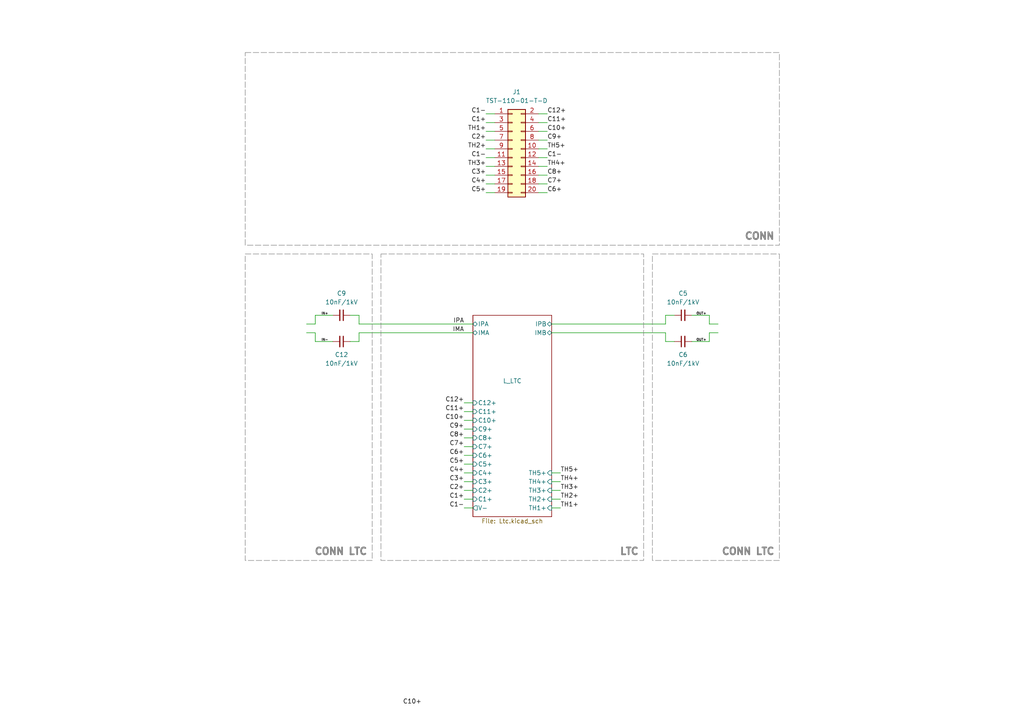
<source format=kicad_sch>
(kicad_sch (version 20231120) (generator "eeschema") (generator_version "8.0")
  (paper "A4")
  (lib_symbols
    (symbol "Connector_Generic:Conn_02x10_Odd_Even" (pin_names (offset 1.016) hide)
      (property "Reference" "J" (at 1.27 12.7 0))
      (property "Value" "Conn_02x10_Odd_Even" (at 1.27 -15.24 0))
      (symbol "Conn_02x10_Odd_Even_1_1"
        (rectangle (start -1.27 -12.573) (end 0 -12.827) (stroke (width 0.1524)))
        (rectangle (start -1.27 -10.033) (end 0 -10.287) (stroke (width 0.1524)))
        (rectangle (start -1.27 -7.493) (end 0 -7.747) (stroke (width 0.1524)))
        (rectangle (start -1.27 -4.953) (end 0 -5.207) (stroke (width 0.1524)))
        (rectangle (start -1.27 -2.413) (end 0 -2.667) (stroke (width 0.1524)))
        (rectangle (start -1.27 0.127) (end 0 -0.127) (stroke (width 0.1524)))
        (rectangle (start -1.27 2.667) (end 0 2.413) (stroke (width 0.1524)))
        (rectangle (start -1.27 5.207) (end 0 4.953) (stroke (width 0.1524)))
        (rectangle (start -1.27 7.747) (end 0 7.493) (stroke (width 0.1524)))
        (rectangle (start -1.27 10.287) (end 0 10.033) (stroke (width 0.1524)))
        (rectangle (start -1.27 11.43) (end 3.81 -13.97) (stroke (width 0.254)) (fill (type background)))
        (rectangle (start 3.81 -12.573) (end 2.54 -12.827) (stroke (width 0.1524)))
        (rectangle (start 3.81 -10.033) (end 2.54 -10.287) (stroke (width 0.1524)))
        (rectangle (start 3.81 -7.493) (end 2.54 -7.747) (stroke (width 0.1524)))
        (rectangle (start 3.81 -4.953) (end 2.54 -5.207) (stroke (width 0.1524)))
        (rectangle (start 3.81 -2.413) (end 2.54 -2.667) (stroke (width 0.1524)))
        (rectangle (start 3.81 0.127) (end 2.54 -0.127) (stroke (width 0.1524)))
        (rectangle (start 3.81 2.667) (end 2.54 2.413) (stroke (width 0.1524)))
        (rectangle (start 3.81 5.207) (end 2.54 4.953) (stroke (width 0.1524)))
        (rectangle (start 3.81 7.747) (end 2.54 7.493) (stroke (width 0.1524)))
        (rectangle (start 3.81 10.287) (end 2.54 10.033) (stroke (width 0.1524)))
        (pin passive line (at -5.08 10.16 0) (length 3.81) (name "Pin_1") (number "1"))
        (pin passive line (at 7.62 0 180) (length 3.81) (name "Pin_10") (number "10"))
        (pin passive line (at -5.08 -2.54 0) (length 3.81) (name "Pin_11") (number "11"))
        (pin passive line (at 7.62 -2.54 180) (length 3.81) (name "Pin_12") (number "12"))
        (pin passive line (at -5.08 -5.08 0) (length 3.81) (name "Pin_13") (number "13"))
        (pin passive line (at 7.62 -5.08 180) (length 3.81) (name "Pin_14") (number "14"))
        (pin passive line (at -5.08 -7.62 0) (length 3.81) (name "Pin_15") (number "15"))
        (pin passive line (at 7.62 -7.62 180) (length 3.81) (name "Pin_16") (number "16"))
        (pin passive line (at -5.08 -10.16 0) (length 3.81) (name "Pin_17") (number "17"))
        (pin passive line (at 7.62 -10.16 180) (length 3.81) (name "Pin_18") (number "18"))
        (pin passive line (at -5.08 -12.7 0) (length 3.81) (name "Pin_19") (number "19"))
        (pin passive line (at 7.62 10.16 180) (length 3.81) (name "Pin_2") (number "2"))
        (pin passive line (at 7.62 -12.7 180) (length 3.81) (name "Pin_20") (number "20"))
        (pin passive line (at -5.08 7.62 0) (length 3.81) (name "Pin_3") (number "3"))
        (pin passive line (at 7.62 7.62 180) (length 3.81) (name "Pin_4") (number "4"))
        (pin passive line (at -5.08 5.08 0) (length 3.81) (name "Pin_5") (number "5"))
        (pin passive line (at 7.62 5.08 180) (length 3.81) (name "Pin_6") (number "6"))
        (pin passive line (at -5.08 2.54 0) (length 3.81) (name "Pin_7") (number "7"))
        (pin passive line (at 7.62 2.54 180) (length 3.81) (name "Pin_8") (number "8"))
        (pin passive line (at -5.08 0 0) (length 3.81) (name "Pin_9") (number "9"))
      )
    )
    (symbol "c2824c562jggacauto:C2824C562JGGACAUTO" (pin_numbers hide) (pin_names (offset 0.762) hide)
      (property "Reference" "C" (at 8.89 6.35 0))
      (property "Value" "C2824C562JGGACAUTO" (at 8.89 3.81 0))
      (symbol "C2824C562JGGACAUTO_0_1"
        (polyline (pts (xy -0.508 -1.524) (xy -0.508 1.524)) (stroke (width 0.3048)))
        (polyline (pts (xy 0.508 -1.524) (xy 0.508 1.524)) (stroke (width 0.3302)))
      )
      (symbol "C2824C562JGGACAUTO_1_1"
        (pin passive line (at -2.54 0 0) (length 2.032) (name "~") (number "1"))
        (pin passive line (at 2.54 0 180) (length 2.032) (name "~") (number "2"))
      )
    )
  )
  (wire (pts (xy 104.14 91.44) (xy 101.6 91.44)))
  (wire (pts (xy 205.74 99.06) (xy 200.66 99.06)))
  (wire (pts (xy 91.44 99.06) (xy 96.52 99.06)))
  (wire (pts (xy 156.21 43.18) (xy 158.75 43.18)))
  (wire (pts (xy 205.74 91.44) (xy 205.74 93.98)))
  (wire (pts (xy 140.97 45.72) (xy 143.51 45.72)))
  (wire (pts (xy 140.97 33.02) (xy 143.51 33.02)))
  (wire (pts (xy 140.97 38.1) (xy 143.51 38.1)))
  (wire (pts (xy 134.62 134.62) (xy 137.16 134.62)))
  (wire (pts (xy 134.62 121.92) (xy 137.16 121.92)))
  (wire (pts (xy 140.97 35.56) (xy 143.51 35.56)))
  (wire (pts (xy 134.62 127) (xy 137.16 127)))
  (wire (pts (xy 160.02 93.98) (xy 193.04 93.98)))
  (wire (pts (xy 101.6 99.06) (xy 104.14 99.06)))
  (wire (pts (xy 91.44 99.06) (xy 91.44 96.52)))
  (wire (pts (xy 104.14 96.52) (xy 137.16 96.52)))
  (wire (pts (xy 140.97 43.18) (xy 143.51 43.18)))
  (wire (pts (xy 134.62 132.08) (xy 137.16 132.08)))
  (wire (pts (xy 156.21 35.56) (xy 158.75 35.56)))
  (wire (pts (xy 205.74 93.98) (xy 208.28 93.98)))
  (wire (pts (xy 205.74 91.44) (xy 200.66 91.44)))
  (wire (pts (xy 134.62 147.32) (xy 137.16 147.32)))
  (wire (pts (xy 156.21 45.72) (xy 158.75 45.72)))
  (wire (pts (xy 156.21 50.8) (xy 158.75 50.8)))
  (wire (pts (xy 91.44 91.44) (xy 96.52 91.44)))
  (wire (pts (xy 156.21 53.34) (xy 158.75 53.34)))
  (wire (pts (xy 193.04 91.44) (xy 195.58 91.44)))
  (wire (pts (xy 193.04 99.06) (xy 193.04 96.52)))
  (wire (pts (xy 134.62 144.78) (xy 137.16 144.78)))
  (wire (pts (xy 140.97 55.88) (xy 143.51 55.88)))
  (wire (pts (xy 160.02 144.78) (xy 162.56 144.78)))
  (wire (pts (xy 104.14 99.06) (xy 104.14 96.52)))
  (wire (pts (xy 160.02 147.32) (xy 162.56 147.32)))
  (wire (pts (xy 140.97 50.8) (xy 143.51 50.8)))
  (wire (pts (xy 140.97 40.64) (xy 143.51 40.64)))
  (wire (pts (xy 156.21 48.26) (xy 158.75 48.26)))
  (wire (pts (xy 104.14 93.98) (xy 137.16 93.98)))
  (wire (pts (xy 134.62 142.24) (xy 137.16 142.24)))
  (wire (pts (xy 193.04 93.98) (xy 193.04 91.44)))
  (wire (pts (xy 91.44 93.98) (xy 88.9 93.98)))
  (wire (pts (xy 156.21 38.1) (xy 158.75 38.1)))
  (wire (pts (xy 137.16 116.84) (xy 134.62 116.84)))
  (wire (pts (xy 156.21 33.02) (xy 158.75 33.02)))
  (wire (pts (xy 205.74 96.52) (xy 208.28 96.52)))
  (wire (pts (xy 137.16 119.38) (xy 134.62 119.38)))
  (wire (pts (xy 140.97 53.34) (xy 143.51 53.34)))
  (wire (pts (xy 205.74 99.06) (xy 205.74 96.52)))
  (wire (pts (xy 160.02 137.16) (xy 162.56 137.16)))
  (wire (pts (xy 160.02 142.24) (xy 162.56 142.24)))
  (wire (pts (xy 140.97 48.26) (xy 143.51 48.26)))
  (wire (pts (xy 91.44 91.44) (xy 91.44 93.98)))
  (wire (pts (xy 156.21 40.64) (xy 158.75 40.64)))
  (wire (pts (xy 104.14 93.98) (xy 104.14 91.44)))
  (wire (pts (xy 156.21 55.88) (xy 158.75 55.88)))
  (wire (pts (xy 134.62 137.16) (xy 137.16 137.16)))
  (wire (pts (xy 195.58 99.06) (xy 193.04 99.06)))
  (wire (pts (xy 134.62 139.7) (xy 137.16 139.7)))
  (wire (pts (xy 160.02 139.7) (xy 162.56 139.7)))
  (wire (pts (xy 160.02 96.52) (xy 193.04 96.52)))
  (wire (pts (xy 134.62 124.46) (xy 137.16 124.46)))
  (wire (pts (xy 134.62 129.54) (xy 137.16 129.54)))
  (wire (pts (xy 91.44 96.52) (xy 88.9 96.52)))
  (rectangle (start 189.23 73.66) (end 226.06 162.56) (stroke (width 0) (type dash) (color 132 132 132 1)))
  (rectangle (start 71.12 15.24) (end 226.06 71.12) (stroke (width 0) (type dash) (color 132 132 132 1)))
  (rectangle (start 110.49 73.66) (end 186.69 162.56) (stroke (width 0) (type dash) (color 132 132 132 1)))
  (rectangle (start 71.12 73.66) (end 107.95 162.56) (stroke (width 0) (type dash) (color 132 132 132 1)))
  (text "LTC" (at 185.42 161.29 0) (effects (font (size 2 2) (thickness 1) (bold yes)) (justify right bottom)))
  (text "CONN" (at 224.79 69.85 0) (effects (font (size 2 2) (thickness 1) (bold yes)) (justify right bottom)))
  (text "CONN LTC" (at 106.68 161.29 0) (effects (font (size 2 2) (thickness 1) (bold yes)) (justify right bottom)))
  (text "CONN LTC" (at 224.79 161.29 0) (effects (font (size 2 2) (thickness 1) (bold yes)) (justify right bottom)))
  (label "TH1+" (at 140.97 38.1 180))
  (label "C5+" (at 140.97 55.88 180))
  (label "TH2+" (at 140.97 43.18 180))
  (label "C2+" (at 140.97 40.64 180))
  (label "OUT+" (at 201.93 91.44 0) (effects (font (size 0.685 0.685))))
  (label "TH2+" (at 162.56 144.78 0))
  (label "C3+" (at 134.62 139.7 180))
  (label "C10+" (at 116.84 204.47 0))
  (label "C11+" (at 158.75 35.56 0))
  (label "TH4+" (at 158.75 48.26 0))
  (label "C4+" (at 140.97 53.34 180))
  (label "C7+" (at 158.75 53.34 0))
  (label "C2+" (at 134.62 142.24 180))
  (label "OUT+" (at 201.93 99.06 0) (effects (font (size 0.685 0.685))))
  (label "C1-" (at 140.97 45.72 180))
  (label "C1-" (at 140.97 33.02 180))
  (label "IN+" (at 95.25 91.44 180) (effects (font (size 0.685 0.685))))
  (label "C9+" (at 158.75 40.64 0))
  (label "TH5+" (at 162.56 137.16 0))
  (label "C3+" (at 140.97 50.8 180))
  (label "C10+" (at 158.75 38.1 0))
  (label "C1-" (at 158.75 45.72 0))
  (label "C12+" (at 134.62 116.84 180))
  (label "C12+" (at 158.75 33.02 0))
  (label "TH3+" (at 162.56 142.24 0))
  (label "IPA" (at 134.62 93.98 180))
  (label "C6+" (at 134.62 132.08 180))
  (label "IN-" (at 95.25 99.06 180) (effects (font (size 0.685 0.685))))
  (label "C1+" (at 134.62 144.78 180))
  (label "C8+" (at 158.75 50.8 0))
  (label "C8+" (at 134.62 127 180))
  (label "C6+" (at 158.75 55.88 0))
  (label "C11+" (at 134.62 119.38 180))
  (label "C1+" (at 140.97 35.56 180))
  (label "C4+" (at 134.62 137.16 180))
  (label "TH1+" (at 162.56 147.32 0))
  (label "TH3+" (at 140.97 48.26 180))
  (label "IMA" (at 134.62 96.52 180))
  (label "TH4+" (at 162.56 139.7 0))
  (label "C5+" (at 134.62 134.62 180))
  (label "TH5+" (at 158.75 43.18 0))
  (label "C7+" (at 134.62 129.54 180))
  (label "C10+" (at 134.62 121.92 180))
  (label "C9+" (at 134.62 124.46 180))
  (label "C1-" (at 134.62 147.32 180))
  (symbol (lib_id "c2824c562jggacauto:C2824C562JGGACAUTO") (at 99.06 99.06 0) (mirror y) (unit 1)
    (property "Reference" "C12" (at 99.06 102.87 0))
    (property "Value" "10nF/1kV" (at 99.06 105.41 0))
    (property "Footprint" "Capacitor_SMD:C_1206_3216Metric" (effects (hide yes)))
    (property "Datasheet" "https://content.kemet.com/datasheets/KEM_C1080_C0G_HV_AUTO_SMD.pdf" (effects (hide yes)))
    (property "Description" "SMD Auto C0G HV, Ceramic, 5600 pF, 5%, 2000 VDC, 2400 VDC, 125C, -55C, C0G, SMD, MLCC, Ultra-Stable, Low Loss, High Voltage, Automotive Grade, 0.1 % , 100 GOhms, 540 mg, 2824, 7.1mm, 6.1mm, 2.5mm, 1.27mm, 300, 78  Weeks, 120" (effects (hide yes)))
    (property "Mouser Part Number" "80-C2824C562JGGAUTO" (effects (hide yes)))
    (property "Mouser Price/Stock" "https://www.mouser.co.uk/ProductDetail/KEMET/C2824C562JGGACAUTO?qs=5aG0NVq1C4xKMWO6DzsxHA%3D%3D" (effects (hide yes)))
    (property "Manufacturer_Part_Number" "C2824C562JGGACAUTO" (effects (hide yes)))
  )
  (symbol (lib_id "c2824c562jggacauto:C2824C562JGGACAUTO") (at 198.12 99.06 0) (unit 1)
    (property "Reference" "C6" (at 198.12 102.87 0))
    (property "Value" "10nF/1kV" (at 198.12 105.41 0))
    (property "Footprint" "Capacitor_SMD:C_1206_3216Metric" (effects (hide yes)))
    (property "Datasheet" "https://content.kemet.com/datasheets/KEM_C1080_C0G_HV_AUTO_SMD.pdf" (effects (hide yes)))
    (property "Description" "SMD Auto C0G HV, Ceramic, 5600 pF, 5%, 2000 VDC, 2400 VDC, 125C, -55C, C0G, SMD, MLCC, Ultra-Stable, Low Loss, High Voltage, Automotive Grade, 0.1 % , 100 GOhms, 540 mg, 2824, 7.1mm, 6.1mm, 2.5mm, 1.27mm, 300, 78  Weeks, 120" (effects (hide yes)))
    (property "Mouser Part Number" "80-C2824C562JGGAUTO" (effects (hide yes)))
    (property "Mouser Price/Stock" "https://www.mouser.co.uk/ProductDetail/KEMET/C2824C562JGGACAUTO?qs=5aG0NVq1C4xKMWO6DzsxHA%3D%3D" (effects (hide yes)))
    (property "Manufacturer_Part_Number" "C2824C562JGGACAUTO" (effects (hide yes)))
  )
  (symbol (lib_id "c2824c562jggacauto:C2824C562JGGACAUTO") (at 99.06 91.44 180) (unit 1)
    (property "Reference" "C9" (at 99.06 85.09 0))
    (property "Value" "10nF/1kV" (at 99.06 87.63 0))
    (property "Footprint" "Capacitor_SMD:C_1206_3216Metric" (effects (hide yes)))
    (property "Datasheet" "https://content.kemet.com/datasheets/KEM_C1080_C0G_HV_AUTO_SMD.pdf" (effects (hide yes)))
    (property "Description" "SMD Auto C0G HV, Ceramic, 5600 pF, 5%, 2000 VDC, 2400 VDC, 125C, -55C, C0G, SMD, MLCC, Ultra-Stable, Low Loss, High Voltage, Automotive Grade, 0.1 % , 100 GOhms, 540 mg, 2824, 7.1mm, 6.1mm, 2.5mm, 1.27mm, 300, 78  Weeks, 120" (effects (hide yes)))
    (property "Mouser Part Number" "80-C2824C562JGGAUTO" (effects (hide yes)))
    (property "Mouser Price/Stock" "https://www.mouser.co.uk/ProductDetail/KEMET/C2824C562JGGACAUTO?qs=5aG0NVq1C4xKMWO6DzsxHA%3D%3D" (effects (hide yes)))
    (property "Manufacturer_Part_Number" "C2824C562JGGACAUTO" (effects (hide yes)))
  )
  (symbol (lib_id "Connector_Generic:Conn_02x10_Odd_Even") (at 148.59 43.18 0) (unit 1)
    (property "Reference" "J1" (at 149.86 26.67 0))
    (property "Value" "TST-110-01-T-D" (at 149.86 29.21 0))
    (property "Footprint" "Connector_IDC:IDC-Header_2x09_P2.54mm_Vertical" (effects (hide yes)))
    (property "Manufacturer_Part_Number" "TST-110-01-T-D" (effects (hide yes)))
    (property "Mouser Part Number" "200-TST11001TD" (effects (hide yes)))
    (property "Mouser Price/Stock" "https://www.mouser.pl/ProductDetail/Samtec/TST-110-01-T-D?qs=rU5fayqh%252BE1ooG6CmSMhAQ%3D%3D" (effects (hide yes)))
  )
  (symbol (lib_id "c2824c562jggacauto:C2824C562JGGACAUTO") (at 198.12 91.44 0) (mirror x) (unit 1)
    (property "Reference" "C5" (at 198.12 85.09 0))
    (property "Value" "10nF/1kV" (at 198.12 87.63 0))
    (property "Footprint" "Capacitor_SMD:C_1206_3216Metric" (effects (hide yes)))
    (property "Datasheet" "https://content.kemet.com/datasheets/KEM_C1080_C0G_HV_AUTO_SMD.pdf" (effects (hide yes)))
    (property "Description" "SMD Auto C0G HV, Ceramic, 5600 pF, 5%, 2000 VDC, 2400 VDC, 125C, -55C, C0G, SMD, MLCC, Ultra-Stable, Low Loss, High Voltage, Automotive Grade, 0.1 % , 100 GOhms, 540 mg, 2824, 7.1mm, 6.1mm, 2.5mm, 1.27mm, 300, 78  Weeks, 120" (effects (hide yes)))
    (property "Mouser Part Number" "80-C2824C562JGGAUTO" (effects (hide yes)))
    (property "Mouser Price/Stock" "https://www.mouser.co.uk/ProductDetail/KEMET/C2824C562JGGACAUTO?qs=5aG0NVq1C4xKMWO6DzsxHA%3D%3D" (effects (hide yes)))
    (property "Manufacturer_Part_Number" "C2824C562JGGACAUTO" (effects (hide yes)))
  )
  (sheet (at 137.16 91.44) (size 22.86 58.42) (stroke (width 0.1524))
    (property "Sheetname" "L_LTC" (at 148.59 110.49 0))
    (property "Sheetfile" "Ltc.kicad_sch" (at 148.59 151.13 0))
    (pin "IPA" bidirectional (at 137.16 93.98 180))
    (pin "IMA" bidirectional (at 137.16 96.52 180))
    (pin "IPB" bidirectional (at 160.02 93.98 0))
    (pin "IMB" bidirectional (at 160.02 96.52 0))
    (pin "TH2+" input (at 160.02 144.78 0))
    (pin "TH1+" input (at 160.02 147.32 0))
    (pin "TH3+" input (at 160.02 142.24 0))
    (pin "TH4+" input (at 160.02 139.7 0))
    (pin "C8+" input (at 137.16 127 180))
    (pin "C10+" input (at 137.16 121.92 180))
    (pin "C9+" input (at 137.16 124.46 180))
    (pin "C7+" input (at 137.16 129.54 180))
    (pin "C6+" input (at 137.16 132.08 180))
    (pin "C2+" input (at 137.16 142.24 180))
    (pin "C3+" input (at 137.16 139.7 180))
    (pin "C5+" input (at 137.16 134.62 180))
    (pin "C4+" input (at 137.16 137.16 180))
    (pin "C1+" input (at 137.16 144.78 180))
    (pin "V-" output (at 137.16 147.32 180))
    (pin "TH5+" input (at 160.02 137.16 0))
    (pin "C12+" input (at 137.16 116.84 180))
    (pin "C11+" input (at 137.16 119.38 180))
  )
)
</source>
